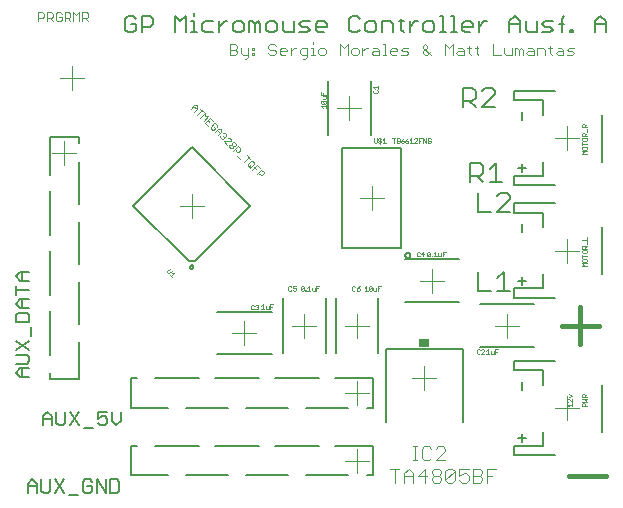
<source format=gto>
G75*
%MOIN*%
%OFA0B0*%
%FSLAX25Y25*%
%IPPOS*%
%LPD*%
%AMOC8*
5,1,8,0,0,1.08239X$1,22.5*
%
%ADD10C,0.00600*%
%ADD11C,0.00500*%
%ADD12C,0.00300*%
%ADD13C,0.01600*%
%ADD14C,0.00800*%
%ADD15C,0.00100*%
%ADD16C,0.00000*%
%ADD17C,0.00200*%
%ADD18R,0.03400X0.03000*%
%ADD19C,0.00400*%
D10*
X0154600Y0115467D02*
X0154600Y0121872D01*
X0157803Y0121872D01*
X0158870Y0120805D01*
X0158870Y0118669D01*
X0157803Y0117602D01*
X0154600Y0117602D01*
X0156735Y0117602D02*
X0158870Y0115467D01*
X0161045Y0115467D02*
X0165316Y0115467D01*
X0163181Y0115467D02*
X0163181Y0121872D01*
X0161045Y0119737D01*
X0164613Y0111872D02*
X0163545Y0110805D01*
X0164613Y0111872D02*
X0166748Y0111872D01*
X0167816Y0110805D01*
X0167816Y0109737D01*
X0163545Y0105467D01*
X0167816Y0105467D01*
X0161370Y0105467D02*
X0157100Y0105467D01*
X0157100Y0111872D01*
X0157100Y0085622D02*
X0157100Y0079217D01*
X0161370Y0079217D01*
X0163545Y0079217D02*
X0167816Y0079217D01*
X0165681Y0079217D02*
X0165681Y0085622D01*
X0163545Y0083487D01*
X0162816Y0140467D02*
X0158545Y0140467D01*
X0162816Y0144737D01*
X0162816Y0145805D01*
X0161748Y0146872D01*
X0159613Y0146872D01*
X0158545Y0145805D01*
X0156370Y0145805D02*
X0156370Y0143669D01*
X0155303Y0142602D01*
X0152100Y0142602D01*
X0154235Y0142602D02*
X0156370Y0140467D01*
X0152100Y0140467D02*
X0152100Y0146872D01*
X0155303Y0146872D01*
X0156370Y0145805D01*
D11*
X0007050Y0014919D02*
X0007050Y0011917D01*
X0010053Y0011917D02*
X0010053Y0014919D01*
X0008551Y0016420D01*
X0007050Y0014919D01*
X0007050Y0014169D02*
X0010053Y0014169D01*
X0011654Y0012667D02*
X0012405Y0011917D01*
X0013906Y0011917D01*
X0014656Y0012667D01*
X0014656Y0016420D01*
X0016258Y0016420D02*
X0019260Y0011917D01*
X0020862Y0011166D02*
X0023864Y0011166D01*
X0025466Y0012667D02*
X0026216Y0011917D01*
X0027718Y0011917D01*
X0028468Y0012667D01*
X0028468Y0014169D01*
X0026967Y0014169D01*
X0028468Y0015670D02*
X0027718Y0016420D01*
X0026216Y0016420D01*
X0025466Y0015670D01*
X0025466Y0012667D01*
X0030070Y0011917D02*
X0030070Y0016420D01*
X0033072Y0011917D01*
X0033072Y0016420D01*
X0034674Y0016420D02*
X0036925Y0016420D01*
X0037676Y0015670D01*
X0037676Y0012667D01*
X0036925Y0011917D01*
X0034674Y0011917D01*
X0034674Y0016420D01*
X0041406Y0017745D02*
X0053954Y0017745D01*
X0059906Y0017745D02*
X0073694Y0017745D01*
X0079906Y0017745D02*
X0093694Y0017745D01*
X0099906Y0017745D02*
X0113694Y0017745D01*
X0120146Y0017745D02*
X0122194Y0017745D01*
X0122194Y0027588D01*
X0109646Y0027588D01*
X0104032Y0027588D02*
X0089568Y0027588D01*
X0084032Y0027588D02*
X0069568Y0027588D01*
X0064032Y0027588D02*
X0049568Y0027588D01*
X0043454Y0027588D02*
X0041406Y0027588D01*
X0041406Y0017745D01*
X0036571Y0034417D02*
X0038072Y0035918D01*
X0038072Y0038920D01*
X0041406Y0040245D02*
X0053954Y0040245D01*
X0059906Y0040245D02*
X0073694Y0040245D01*
X0079906Y0040245D02*
X0093694Y0040245D01*
X0099906Y0040245D02*
X0113694Y0040245D01*
X0120146Y0040245D02*
X0122194Y0040245D01*
X0122194Y0050088D01*
X0109646Y0050088D01*
X0104032Y0050088D02*
X0089568Y0050088D01*
X0084032Y0050088D02*
X0069568Y0050088D01*
X0064032Y0050088D02*
X0049568Y0050088D01*
X0043454Y0050088D02*
X0041406Y0050088D01*
X0041406Y0040245D01*
X0035070Y0038920D02*
X0035070Y0035918D01*
X0036571Y0034417D01*
X0033468Y0035167D02*
X0033468Y0036669D01*
X0032718Y0037419D01*
X0031967Y0037419D01*
X0030466Y0036669D01*
X0030466Y0038920D01*
X0033468Y0038920D01*
X0033468Y0035167D02*
X0032718Y0034417D01*
X0031216Y0034417D01*
X0030466Y0035167D01*
X0028864Y0033666D02*
X0025862Y0033666D01*
X0024260Y0034417D02*
X0021258Y0038920D01*
X0019656Y0038920D02*
X0019656Y0035167D01*
X0018906Y0034417D01*
X0017405Y0034417D01*
X0016654Y0035167D01*
X0016654Y0038920D01*
X0015053Y0037419D02*
X0015053Y0034417D01*
X0015053Y0036669D02*
X0012050Y0036669D01*
X0012050Y0037419D02*
X0012050Y0034417D01*
X0012050Y0037419D02*
X0013551Y0038920D01*
X0015053Y0037419D01*
X0021258Y0034417D02*
X0024260Y0038920D01*
X0024221Y0049773D02*
X0014379Y0049773D01*
X0014379Y0051820D01*
X0014379Y0057934D02*
X0014379Y0072399D01*
X0007550Y0073436D02*
X0004547Y0073436D01*
X0003046Y0074938D01*
X0004547Y0076439D01*
X0007550Y0076439D01*
X0005298Y0076439D02*
X0005298Y0073436D01*
X0003797Y0071835D02*
X0003046Y0071084D01*
X0003046Y0068832D01*
X0007550Y0068832D01*
X0007550Y0071084D01*
X0006799Y0071835D01*
X0003797Y0071835D01*
X0008301Y0067231D02*
X0008301Y0064228D01*
X0007550Y0062627D02*
X0003046Y0059625D01*
X0003046Y0058023D02*
X0006799Y0058023D01*
X0007550Y0057273D01*
X0007550Y0055771D01*
X0006799Y0055021D01*
X0003046Y0055021D01*
X0004547Y0053419D02*
X0007550Y0053419D01*
X0005298Y0053419D02*
X0005298Y0050417D01*
X0004547Y0050417D02*
X0003046Y0051918D01*
X0004547Y0053419D01*
X0004547Y0050417D02*
X0007550Y0050417D01*
X0007550Y0059625D02*
X0003046Y0062627D01*
X0003046Y0078040D02*
X0003046Y0081043D01*
X0003046Y0079541D02*
X0007550Y0079541D01*
X0007550Y0082644D02*
X0004547Y0082644D01*
X0003046Y0084145D01*
X0004547Y0085647D01*
X0007550Y0085647D01*
X0005298Y0085647D02*
X0005298Y0082644D01*
X0014379Y0077934D02*
X0014379Y0092399D01*
X0014379Y0097934D02*
X0014379Y0112399D01*
X0014379Y0118013D02*
X0014379Y0130560D01*
X0024221Y0130560D01*
X0024221Y0128513D01*
X0024221Y0122060D02*
X0024221Y0108273D01*
X0024221Y0102060D02*
X0024221Y0088273D01*
X0024221Y0082060D02*
X0024221Y0068273D01*
X0024221Y0062320D02*
X0024221Y0049773D01*
X0019260Y0016420D02*
X0016258Y0011917D01*
X0011654Y0012667D02*
X0011654Y0016420D01*
X0070245Y0058080D02*
X0088355Y0058080D01*
X0092213Y0058612D02*
X0092213Y0076722D01*
X0088355Y0072253D02*
X0070245Y0072253D01*
X0106387Y0076722D02*
X0106387Y0058612D01*
X0109713Y0058612D02*
X0109713Y0076722D01*
X0123887Y0076722D02*
X0123887Y0058612D01*
X0132745Y0075580D02*
X0150855Y0075580D01*
X0157745Y0074753D02*
X0175855Y0074753D01*
X0175855Y0060580D02*
X0157745Y0060580D01*
X0150855Y0089753D02*
X0132745Y0089753D01*
X0121387Y0131112D02*
X0121387Y0149222D01*
X0107213Y0149222D02*
X0107213Y0131112D01*
X0105837Y0165417D02*
X0104002Y0165417D01*
X0103084Y0166334D01*
X0103084Y0168169D01*
X0104002Y0169086D01*
X0105837Y0169086D01*
X0106754Y0168169D01*
X0106754Y0167252D01*
X0103084Y0167252D01*
X0101229Y0166334D02*
X0100312Y0167252D01*
X0098477Y0167252D01*
X0097560Y0168169D01*
X0098477Y0169086D01*
X0101229Y0169086D01*
X0101229Y0166334D02*
X0100312Y0165417D01*
X0097560Y0165417D01*
X0095705Y0165417D02*
X0095705Y0169086D01*
X0092035Y0169086D02*
X0092035Y0166334D01*
X0092952Y0165417D01*
X0095705Y0165417D01*
X0090180Y0166334D02*
X0090180Y0168169D01*
X0089262Y0169086D01*
X0087428Y0169086D01*
X0086510Y0168169D01*
X0086510Y0166334D01*
X0087428Y0165417D01*
X0089262Y0165417D01*
X0090180Y0166334D01*
X0084655Y0165417D02*
X0084655Y0168169D01*
X0083738Y0169086D01*
X0082820Y0168169D01*
X0082820Y0165417D01*
X0080985Y0165417D02*
X0080985Y0169086D01*
X0081903Y0169086D01*
X0082820Y0168169D01*
X0079130Y0168169D02*
X0079130Y0166334D01*
X0078213Y0165417D01*
X0076378Y0165417D01*
X0075461Y0166334D01*
X0075461Y0168169D01*
X0076378Y0169086D01*
X0078213Y0169086D01*
X0079130Y0168169D01*
X0073609Y0169086D02*
X0072692Y0169086D01*
X0070857Y0167252D01*
X0070857Y0169086D02*
X0070857Y0165417D01*
X0069002Y0165417D02*
X0066249Y0165417D01*
X0065332Y0166334D01*
X0065332Y0168169D01*
X0066249Y0169086D01*
X0069002Y0169086D01*
X0063484Y0165417D02*
X0061649Y0165417D01*
X0062566Y0165417D02*
X0062566Y0169086D01*
X0061649Y0169086D01*
X0062566Y0170921D02*
X0062566Y0171839D01*
X0059794Y0170921D02*
X0059794Y0165417D01*
X0056124Y0165417D02*
X0056124Y0170921D01*
X0057959Y0169086D01*
X0059794Y0170921D01*
X0048745Y0170004D02*
X0048745Y0168169D01*
X0047827Y0167252D01*
X0045075Y0167252D01*
X0045075Y0165417D02*
X0045075Y0170921D01*
X0047827Y0170921D01*
X0048745Y0170004D01*
X0043220Y0170004D02*
X0042302Y0170921D01*
X0040467Y0170921D01*
X0039550Y0170004D01*
X0039550Y0166334D01*
X0040467Y0165417D01*
X0042302Y0165417D01*
X0043220Y0166334D01*
X0043220Y0168169D01*
X0041385Y0168169D01*
X0114134Y0166334D02*
X0115051Y0165417D01*
X0116886Y0165417D01*
X0117803Y0166334D01*
X0119658Y0166334D02*
X0120576Y0165417D01*
X0122411Y0165417D01*
X0123328Y0166334D01*
X0123328Y0168169D01*
X0122411Y0169086D01*
X0120576Y0169086D01*
X0119658Y0168169D01*
X0119658Y0166334D01*
X0125183Y0165417D02*
X0125183Y0169086D01*
X0127935Y0169086D01*
X0128853Y0168169D01*
X0128853Y0165417D01*
X0131625Y0166334D02*
X0132543Y0165417D01*
X0131625Y0166334D02*
X0131625Y0170004D01*
X0130708Y0169086D02*
X0132543Y0169086D01*
X0134391Y0169086D02*
X0134391Y0165417D01*
X0134391Y0167252D02*
X0136226Y0169086D01*
X0137143Y0169086D01*
X0138995Y0168169D02*
X0138995Y0166334D01*
X0139912Y0165417D01*
X0141747Y0165417D01*
X0142665Y0166334D01*
X0142665Y0168169D01*
X0141747Y0169086D01*
X0139912Y0169086D01*
X0138995Y0168169D01*
X0144520Y0165417D02*
X0146355Y0165417D01*
X0145437Y0165417D02*
X0145437Y0170921D01*
X0144520Y0170921D01*
X0148203Y0170921D02*
X0149120Y0170921D01*
X0149120Y0165417D01*
X0148203Y0165417D02*
X0150038Y0165417D01*
X0151886Y0166334D02*
X0151886Y0168169D01*
X0152803Y0169086D01*
X0154638Y0169086D01*
X0155556Y0168169D01*
X0155556Y0167252D01*
X0151886Y0167252D01*
X0151886Y0166334D02*
X0152803Y0165417D01*
X0154638Y0165417D01*
X0157411Y0165417D02*
X0157411Y0169086D01*
X0157411Y0167252D02*
X0159246Y0169086D01*
X0160163Y0169086D01*
X0167539Y0169086D02*
X0167539Y0165417D01*
X0167539Y0168169D02*
X0171209Y0168169D01*
X0171209Y0169086D02*
X0171209Y0165417D01*
X0173064Y0166334D02*
X0173981Y0165417D01*
X0176734Y0165417D01*
X0176734Y0169086D01*
X0178589Y0168169D02*
X0179506Y0169086D01*
X0182258Y0169086D01*
X0181341Y0167252D02*
X0179506Y0167252D01*
X0178589Y0168169D01*
X0181341Y0167252D02*
X0182258Y0166334D01*
X0181341Y0165417D01*
X0178589Y0165417D01*
X0173064Y0166334D02*
X0173064Y0169086D01*
X0171209Y0169086D02*
X0169374Y0170921D01*
X0167539Y0169086D01*
X0184113Y0168169D02*
X0185948Y0168169D01*
X0185031Y0170004D02*
X0185948Y0170921D01*
X0185031Y0170004D02*
X0185031Y0165417D01*
X0187797Y0165417D02*
X0188714Y0165417D01*
X0188714Y0166334D01*
X0187797Y0166334D01*
X0187797Y0165417D01*
X0196084Y0165417D02*
X0196084Y0169086D01*
X0197919Y0170921D01*
X0199753Y0169086D01*
X0199753Y0165417D01*
X0199753Y0168169D02*
X0196084Y0168169D01*
X0117803Y0170004D02*
X0116886Y0170921D01*
X0115051Y0170921D01*
X0114134Y0170004D01*
X0114134Y0166334D01*
D12*
X0113750Y0161520D02*
X0113750Y0157817D01*
X0114965Y0158434D02*
X0114965Y0159668D01*
X0115582Y0160285D01*
X0116816Y0160285D01*
X0117433Y0159668D01*
X0117433Y0158434D01*
X0116816Y0157817D01*
X0115582Y0157817D01*
X0114965Y0158434D01*
X0118648Y0159051D02*
X0119882Y0160285D01*
X0120499Y0160285D01*
X0122334Y0160285D02*
X0123569Y0160285D01*
X0124186Y0159668D01*
X0124186Y0157817D01*
X0122334Y0157817D01*
X0121717Y0158434D01*
X0122334Y0159051D01*
X0124186Y0159051D01*
X0125400Y0157817D02*
X0126635Y0157817D01*
X0126017Y0157817D02*
X0126017Y0161520D01*
X0125400Y0161520D01*
X0127856Y0159668D02*
X0128473Y0160285D01*
X0129707Y0160285D01*
X0130324Y0159668D01*
X0130324Y0159051D01*
X0127856Y0159051D01*
X0127856Y0158434D02*
X0127856Y0159668D01*
X0127856Y0158434D02*
X0128473Y0157817D01*
X0129707Y0157817D01*
X0131539Y0157817D02*
X0133390Y0157817D01*
X0134007Y0158434D01*
X0133390Y0159051D01*
X0132156Y0159051D01*
X0131539Y0159668D01*
X0132156Y0160285D01*
X0134007Y0160285D01*
X0138905Y0160285D02*
X0141374Y0157817D01*
X0141374Y0159051D02*
X0140139Y0157817D01*
X0139522Y0157817D01*
X0138905Y0158434D01*
X0138905Y0159051D01*
X0140139Y0160285D01*
X0140139Y0160903D01*
X0139522Y0161520D01*
X0138905Y0160903D01*
X0138905Y0160285D01*
X0146271Y0161520D02*
X0146271Y0157817D01*
X0148740Y0157817D02*
X0148740Y0161520D01*
X0147506Y0160285D01*
X0146271Y0161520D01*
X0150572Y0160285D02*
X0151806Y0160285D01*
X0152423Y0159668D01*
X0152423Y0157817D01*
X0150572Y0157817D01*
X0149954Y0158434D01*
X0150572Y0159051D01*
X0152423Y0159051D01*
X0153638Y0160285D02*
X0154872Y0160285D01*
X0154255Y0160903D02*
X0154255Y0158434D01*
X0154872Y0157817D01*
X0156710Y0158434D02*
X0156710Y0160903D01*
X0156093Y0160285D02*
X0157327Y0160285D01*
X0156710Y0158434D02*
X0157327Y0157817D01*
X0162232Y0157817D02*
X0162232Y0161520D01*
X0162232Y0157817D02*
X0164700Y0157817D01*
X0165915Y0158434D02*
X0165915Y0160285D01*
X0165915Y0158434D02*
X0166532Y0157817D01*
X0168384Y0157817D01*
X0168384Y0160285D01*
X0169598Y0160285D02*
X0169598Y0157817D01*
X0170832Y0157817D02*
X0170832Y0159668D01*
X0171449Y0160285D01*
X0172067Y0159668D01*
X0172067Y0157817D01*
X0173281Y0158434D02*
X0173898Y0159051D01*
X0175750Y0159051D01*
X0175750Y0159668D02*
X0175750Y0157817D01*
X0173898Y0157817D01*
X0173281Y0158434D01*
X0173898Y0160285D02*
X0175133Y0160285D01*
X0175750Y0159668D01*
X0176964Y0160285D02*
X0178816Y0160285D01*
X0179433Y0159668D01*
X0179433Y0157817D01*
X0181264Y0158434D02*
X0181264Y0160903D01*
X0180647Y0160285D02*
X0181882Y0160285D01*
X0183720Y0160285D02*
X0184954Y0160285D01*
X0185572Y0159668D01*
X0185572Y0157817D01*
X0183720Y0157817D01*
X0183103Y0158434D01*
X0183720Y0159051D01*
X0185572Y0159051D01*
X0186786Y0159668D02*
X0187403Y0160285D01*
X0189255Y0160285D01*
X0188637Y0159051D02*
X0187403Y0159051D01*
X0186786Y0159668D01*
X0186786Y0157817D02*
X0188637Y0157817D01*
X0189255Y0158434D01*
X0188637Y0159051D01*
X0181882Y0157817D02*
X0181264Y0158434D01*
X0176964Y0157817D02*
X0176964Y0160285D01*
X0170832Y0159668D02*
X0170215Y0160285D01*
X0169598Y0160285D01*
X0118648Y0160285D02*
X0118648Y0157817D01*
X0113750Y0161520D02*
X0112516Y0160285D01*
X0111281Y0161520D01*
X0111281Y0157817D01*
X0106384Y0158434D02*
X0106384Y0159668D01*
X0105767Y0160285D01*
X0104532Y0160285D01*
X0103915Y0159668D01*
X0103915Y0158434D01*
X0104532Y0157817D01*
X0105767Y0157817D01*
X0106384Y0158434D01*
X0102694Y0157817D02*
X0101460Y0157817D01*
X0102077Y0157817D02*
X0102077Y0160285D01*
X0101460Y0160285D01*
X0100245Y0160285D02*
X0098394Y0160285D01*
X0097777Y0159668D01*
X0097777Y0158434D01*
X0098394Y0157817D01*
X0100245Y0157817D01*
X0100245Y0157199D02*
X0099628Y0156582D01*
X0099011Y0156582D01*
X0100245Y0157199D02*
X0100245Y0160285D01*
X0102077Y0161520D02*
X0102077Y0162137D01*
X0096559Y0160285D02*
X0095942Y0160285D01*
X0094707Y0159051D01*
X0093493Y0159051D02*
X0093493Y0159668D01*
X0092876Y0160285D01*
X0091641Y0160285D01*
X0091024Y0159668D01*
X0091024Y0158434D01*
X0091641Y0157817D01*
X0092876Y0157817D01*
X0093493Y0159051D02*
X0091024Y0159051D01*
X0089810Y0159051D02*
X0089810Y0158434D01*
X0089193Y0157817D01*
X0087958Y0157817D01*
X0087341Y0158434D01*
X0087958Y0159668D02*
X0087341Y0160285D01*
X0087341Y0160903D01*
X0087958Y0161520D01*
X0089193Y0161520D01*
X0089810Y0160903D01*
X0089193Y0159668D02*
X0089810Y0159051D01*
X0089193Y0159668D02*
X0087958Y0159668D01*
X0082433Y0159668D02*
X0081816Y0159668D01*
X0081816Y0160285D01*
X0082433Y0160285D01*
X0082433Y0159668D01*
X0082433Y0158434D02*
X0082433Y0157817D01*
X0081816Y0157817D01*
X0081816Y0158434D01*
X0082433Y0158434D01*
X0080602Y0157817D02*
X0078750Y0157817D01*
X0078133Y0158434D01*
X0078133Y0160285D01*
X0076919Y0160285D02*
X0076302Y0159668D01*
X0074450Y0159668D01*
X0074450Y0157817D02*
X0076302Y0157817D01*
X0076919Y0158434D01*
X0076919Y0159051D01*
X0076302Y0159668D01*
X0076919Y0160285D02*
X0076919Y0160903D01*
X0076302Y0161520D01*
X0074450Y0161520D01*
X0074450Y0157817D01*
X0079368Y0156582D02*
X0079985Y0156582D01*
X0080602Y0157199D01*
X0080602Y0160285D01*
X0094707Y0160285D02*
X0094707Y0157817D01*
X0027226Y0169223D02*
X0026258Y0170190D01*
X0026742Y0170190D02*
X0025291Y0170190D01*
X0025291Y0169223D02*
X0025291Y0172125D01*
X0026742Y0172125D01*
X0027226Y0171642D01*
X0027226Y0170674D01*
X0026742Y0170190D01*
X0024279Y0169223D02*
X0024279Y0172125D01*
X0023312Y0171158D01*
X0022344Y0172125D01*
X0022344Y0169223D01*
X0021333Y0169223D02*
X0020365Y0170190D01*
X0020849Y0170190D02*
X0019398Y0170190D01*
X0019398Y0169223D02*
X0019398Y0172125D01*
X0020849Y0172125D01*
X0021333Y0171642D01*
X0021333Y0170674D01*
X0020849Y0170190D01*
X0018386Y0169707D02*
X0018386Y0170674D01*
X0017419Y0170674D01*
X0018386Y0169707D02*
X0017903Y0169223D01*
X0016935Y0169223D01*
X0016451Y0169707D01*
X0016451Y0171642D01*
X0016935Y0172125D01*
X0017903Y0172125D01*
X0018386Y0171642D01*
X0015440Y0171642D02*
X0014956Y0172125D01*
X0013505Y0172125D01*
X0013505Y0169223D01*
X0013505Y0170190D02*
X0014956Y0170190D01*
X0015440Y0170674D01*
X0015440Y0171642D01*
X0014472Y0170190D02*
X0015440Y0169223D01*
X0012493Y0170674D02*
X0012010Y0170190D01*
X0010558Y0170190D01*
X0010558Y0169223D02*
X0010558Y0172125D01*
X0012010Y0172125D01*
X0012493Y0171642D01*
X0012493Y0170674D01*
D13*
X0185100Y0067675D02*
X0197377Y0067675D01*
X0191239Y0073813D02*
X0191239Y0061536D01*
X0187600Y0017675D02*
X0199877Y0017675D01*
D14*
X0182863Y0024419D02*
X0169083Y0024419D01*
X0169083Y0027568D01*
X0178926Y0027568D01*
X0178926Y0032293D01*
X0173199Y0030114D02*
X0170397Y0030114D01*
X0171798Y0028713D02*
X0171798Y0031515D01*
X0171798Y0046213D02*
X0171798Y0049015D01*
X0169083Y0052765D02*
X0178926Y0052765D01*
X0178926Y0048041D01*
X0182863Y0055915D02*
X0169083Y0055915D01*
X0169083Y0052765D01*
X0152202Y0059848D02*
X0152200Y0035460D01*
X0126400Y0035460D02*
X0126398Y0059848D01*
X0152202Y0059848D01*
X0169083Y0076919D02*
X0182863Y0076919D01*
X0178926Y0080068D02*
X0169083Y0080068D01*
X0169083Y0076919D01*
X0171798Y0081213D02*
X0171798Y0084015D01*
X0170397Y0082614D02*
X0173199Y0082614D01*
X0178926Y0084793D02*
X0178926Y0080068D01*
X0171798Y0098713D02*
X0171798Y0101515D01*
X0169083Y0105265D02*
X0178926Y0105265D01*
X0178926Y0100541D01*
X0169083Y0105265D02*
X0169083Y0108415D01*
X0182863Y0108415D01*
X0182863Y0114419D02*
X0169083Y0114419D01*
X0169083Y0117568D01*
X0178926Y0117568D01*
X0178926Y0122293D01*
X0173199Y0120114D02*
X0170397Y0120114D01*
X0171798Y0118713D02*
X0171798Y0121515D01*
X0171798Y0136213D02*
X0171798Y0139015D01*
X0169083Y0142765D02*
X0178926Y0142765D01*
X0178926Y0138041D01*
X0182863Y0145915D02*
X0169083Y0145915D01*
X0169083Y0142765D01*
X0198611Y0138041D02*
X0198611Y0122293D01*
X0198611Y0100541D02*
X0198611Y0084793D01*
X0198611Y0048041D02*
X0198611Y0032293D01*
X0132922Y0091167D02*
X0132924Y0091226D01*
X0132930Y0091284D01*
X0132940Y0091342D01*
X0132953Y0091399D01*
X0132971Y0091455D01*
X0132992Y0091510D01*
X0133016Y0091563D01*
X0133045Y0091614D01*
X0133076Y0091664D01*
X0133111Y0091711D01*
X0133149Y0091756D01*
X0133190Y0091798D01*
X0133233Y0091837D01*
X0133279Y0091874D01*
X0133328Y0091907D01*
X0133378Y0091937D01*
X0133430Y0091963D01*
X0133484Y0091986D01*
X0133540Y0092006D01*
X0133596Y0092021D01*
X0133654Y0092033D01*
X0133712Y0092041D01*
X0133771Y0092045D01*
X0133829Y0092045D01*
X0133888Y0092041D01*
X0133946Y0092033D01*
X0134004Y0092021D01*
X0134060Y0092006D01*
X0134116Y0091986D01*
X0134170Y0091963D01*
X0134222Y0091937D01*
X0134272Y0091907D01*
X0134321Y0091874D01*
X0134367Y0091837D01*
X0134410Y0091798D01*
X0134451Y0091756D01*
X0134489Y0091711D01*
X0134524Y0091664D01*
X0134555Y0091614D01*
X0134584Y0091563D01*
X0134608Y0091510D01*
X0134629Y0091455D01*
X0134647Y0091399D01*
X0134660Y0091342D01*
X0134670Y0091284D01*
X0134676Y0091226D01*
X0134678Y0091167D01*
X0134676Y0091108D01*
X0134670Y0091050D01*
X0134660Y0090992D01*
X0134647Y0090935D01*
X0134629Y0090879D01*
X0134608Y0090824D01*
X0134584Y0090771D01*
X0134555Y0090720D01*
X0134524Y0090670D01*
X0134489Y0090623D01*
X0134451Y0090578D01*
X0134410Y0090536D01*
X0134367Y0090497D01*
X0134321Y0090460D01*
X0134272Y0090427D01*
X0134222Y0090397D01*
X0134170Y0090371D01*
X0134116Y0090348D01*
X0134060Y0090328D01*
X0134004Y0090313D01*
X0133946Y0090301D01*
X0133888Y0090293D01*
X0133829Y0090289D01*
X0133771Y0090289D01*
X0133712Y0090293D01*
X0133654Y0090301D01*
X0133596Y0090313D01*
X0133540Y0090328D01*
X0133484Y0090348D01*
X0133430Y0090371D01*
X0133378Y0090397D01*
X0133328Y0090427D01*
X0133279Y0090460D01*
X0133233Y0090497D01*
X0133190Y0090536D01*
X0133149Y0090578D01*
X0133111Y0090623D01*
X0133076Y0090670D01*
X0133045Y0090720D01*
X0133016Y0090771D01*
X0132992Y0090824D01*
X0132971Y0090879D01*
X0132953Y0090935D01*
X0132940Y0090992D01*
X0132930Y0091050D01*
X0132924Y0091108D01*
X0132922Y0091167D01*
X0131643Y0093434D02*
X0111957Y0093434D01*
X0111957Y0126899D01*
X0131643Y0126899D01*
X0131643Y0093434D01*
X0081315Y0107667D02*
X0062788Y0089140D01*
X0060812Y0089140D01*
X0042285Y0107667D01*
X0061800Y0127182D01*
X0081315Y0107667D01*
X0061129Y0087231D02*
X0061131Y0087280D01*
X0061137Y0087328D01*
X0061147Y0087376D01*
X0061161Y0087423D01*
X0061178Y0087469D01*
X0061199Y0087513D01*
X0061224Y0087555D01*
X0061252Y0087595D01*
X0061284Y0087633D01*
X0061318Y0087668D01*
X0061355Y0087700D01*
X0061394Y0087729D01*
X0061436Y0087755D01*
X0061480Y0087777D01*
X0061525Y0087795D01*
X0061572Y0087810D01*
X0061619Y0087821D01*
X0061668Y0087828D01*
X0061717Y0087831D01*
X0061766Y0087830D01*
X0061814Y0087825D01*
X0061863Y0087816D01*
X0061910Y0087803D01*
X0061956Y0087786D01*
X0062000Y0087766D01*
X0062043Y0087742D01*
X0062084Y0087715D01*
X0062122Y0087684D01*
X0062158Y0087651D01*
X0062190Y0087615D01*
X0062220Y0087576D01*
X0062247Y0087535D01*
X0062270Y0087491D01*
X0062289Y0087446D01*
X0062305Y0087400D01*
X0062317Y0087353D01*
X0062325Y0087304D01*
X0062329Y0087255D01*
X0062329Y0087207D01*
X0062325Y0087158D01*
X0062317Y0087109D01*
X0062305Y0087062D01*
X0062289Y0087016D01*
X0062270Y0086971D01*
X0062247Y0086927D01*
X0062220Y0086886D01*
X0062190Y0086847D01*
X0062158Y0086811D01*
X0062122Y0086778D01*
X0062084Y0086747D01*
X0062043Y0086720D01*
X0062000Y0086696D01*
X0061956Y0086676D01*
X0061910Y0086659D01*
X0061863Y0086646D01*
X0061814Y0086637D01*
X0061766Y0086632D01*
X0061717Y0086631D01*
X0061668Y0086634D01*
X0061619Y0086641D01*
X0061572Y0086652D01*
X0061525Y0086667D01*
X0061480Y0086685D01*
X0061436Y0086707D01*
X0061394Y0086733D01*
X0061355Y0086762D01*
X0061318Y0086794D01*
X0061284Y0086829D01*
X0061252Y0086867D01*
X0061224Y0086907D01*
X0061199Y0086949D01*
X0061178Y0086993D01*
X0061161Y0087039D01*
X0061147Y0087086D01*
X0061137Y0087134D01*
X0061131Y0087182D01*
X0061129Y0087231D01*
D15*
X0055810Y0085304D02*
X0054748Y0084242D01*
X0054394Y0084596D02*
X0055102Y0083888D01*
X0055102Y0085304D02*
X0055810Y0085304D01*
X0055122Y0085992D02*
X0054237Y0085107D01*
X0053883Y0085107D01*
X0053529Y0085461D01*
X0053529Y0085815D01*
X0054414Y0086699D01*
X0081476Y0074342D02*
X0081476Y0073341D01*
X0081726Y0073091D01*
X0082227Y0073091D01*
X0082477Y0073341D01*
X0082949Y0073341D02*
X0083199Y0073091D01*
X0083700Y0073091D01*
X0083950Y0073341D01*
X0083950Y0073591D01*
X0083700Y0073841D01*
X0083450Y0073841D01*
X0083700Y0073841D02*
X0083950Y0074092D01*
X0083950Y0074342D01*
X0083700Y0074592D01*
X0083199Y0074592D01*
X0082949Y0074342D01*
X0082477Y0074342D02*
X0082227Y0074592D01*
X0081726Y0074592D01*
X0081476Y0074342D01*
X0084930Y0074243D02*
X0085431Y0074744D01*
X0085431Y0073243D01*
X0085931Y0073243D02*
X0084930Y0073243D01*
X0086403Y0073493D02*
X0086654Y0073243D01*
X0087404Y0073243D01*
X0087404Y0074243D01*
X0087877Y0073993D02*
X0088377Y0073993D01*
X0087877Y0073243D02*
X0087877Y0074744D01*
X0088878Y0074744D01*
X0086403Y0074243D02*
X0086403Y0073493D01*
X0093976Y0079591D02*
X0093976Y0080592D01*
X0094226Y0080842D01*
X0094727Y0080842D01*
X0094977Y0080592D01*
X0095449Y0080842D02*
X0095449Y0080091D01*
X0095950Y0080342D01*
X0096200Y0080342D01*
X0096450Y0080091D01*
X0096450Y0079591D01*
X0096200Y0079341D01*
X0095699Y0079341D01*
X0095449Y0079591D01*
X0094977Y0079591D02*
X0094727Y0079341D01*
X0094226Y0079341D01*
X0093976Y0079591D01*
X0095449Y0080842D02*
X0096450Y0080842D01*
X0098100Y0080592D02*
X0098100Y0079591D01*
X0099101Y0080592D01*
X0099101Y0079591D01*
X0098851Y0079341D01*
X0098350Y0079341D01*
X0098100Y0079591D01*
X0098100Y0080592D02*
X0098350Y0080842D01*
X0098851Y0080842D01*
X0099101Y0080592D01*
X0099573Y0079591D02*
X0099823Y0079591D01*
X0099823Y0079341D01*
X0099573Y0079341D01*
X0099573Y0079591D01*
X0100310Y0079341D02*
X0101311Y0079341D01*
X0100810Y0079341D02*
X0100810Y0080842D01*
X0100310Y0080342D01*
X0101783Y0080342D02*
X0101783Y0079591D01*
X0102033Y0079341D01*
X0102784Y0079341D01*
X0102784Y0080342D01*
X0103256Y0080091D02*
X0103757Y0080091D01*
X0103256Y0079341D02*
X0103256Y0080842D01*
X0104257Y0080842D01*
X0115226Y0080592D02*
X0115226Y0079591D01*
X0115476Y0079341D01*
X0115977Y0079341D01*
X0116227Y0079591D01*
X0116699Y0079591D02*
X0116949Y0079341D01*
X0117450Y0079341D01*
X0117700Y0079591D01*
X0117700Y0079841D01*
X0117450Y0080091D01*
X0116699Y0080091D01*
X0116699Y0079591D01*
X0116699Y0080091D02*
X0117200Y0080592D01*
X0117700Y0080842D01*
X0116227Y0080592D02*
X0115977Y0080842D01*
X0115476Y0080842D01*
X0115226Y0080592D01*
X0119350Y0080342D02*
X0119850Y0080842D01*
X0119850Y0079341D01*
X0119350Y0079341D02*
X0120351Y0079341D01*
X0120823Y0079591D02*
X0121824Y0080592D01*
X0121824Y0079591D01*
X0121574Y0079341D01*
X0121073Y0079341D01*
X0120823Y0079591D01*
X0120823Y0080592D01*
X0121073Y0080842D01*
X0121574Y0080842D01*
X0121824Y0080592D01*
X0122297Y0080342D02*
X0122297Y0079591D01*
X0122547Y0079341D01*
X0123297Y0079341D01*
X0123297Y0080342D01*
X0123770Y0080091D02*
X0124270Y0080091D01*
X0123770Y0079341D02*
X0123770Y0080842D01*
X0124771Y0080842D01*
X0136777Y0090993D02*
X0137028Y0090743D01*
X0137528Y0090743D01*
X0137778Y0090993D01*
X0138251Y0091493D02*
X0139252Y0091493D01*
X0139001Y0090743D02*
X0139001Y0092244D01*
X0138251Y0091493D01*
X0137778Y0091994D02*
X0137528Y0092244D01*
X0137028Y0092244D01*
X0136777Y0091994D01*
X0136777Y0090993D01*
X0140220Y0090993D02*
X0141221Y0091994D01*
X0141221Y0090993D01*
X0140971Y0090743D01*
X0140471Y0090743D01*
X0140220Y0090993D01*
X0140220Y0091994D01*
X0140471Y0092244D01*
X0140971Y0092244D01*
X0141221Y0091994D01*
X0141694Y0090993D02*
X0141944Y0090993D01*
X0141944Y0090743D01*
X0141694Y0090743D01*
X0141694Y0090993D01*
X0142430Y0090743D02*
X0143431Y0090743D01*
X0142931Y0090743D02*
X0142931Y0092244D01*
X0142430Y0091743D01*
X0143903Y0091743D02*
X0143903Y0090993D01*
X0144154Y0090743D01*
X0144904Y0090743D01*
X0144904Y0091743D01*
X0145377Y0091493D02*
X0145877Y0091493D01*
X0145377Y0090743D02*
X0145377Y0092244D01*
X0146378Y0092244D01*
X0157028Y0059744D02*
X0156777Y0059494D01*
X0156777Y0058493D01*
X0157028Y0058243D01*
X0157528Y0058243D01*
X0157778Y0058493D01*
X0158251Y0058243D02*
X0159252Y0059243D01*
X0159252Y0059494D01*
X0159001Y0059744D01*
X0158501Y0059744D01*
X0158251Y0059494D01*
X0157778Y0059494D02*
X0157528Y0059744D01*
X0157028Y0059744D01*
X0158251Y0058243D02*
X0159252Y0058243D01*
X0159930Y0058243D02*
X0160931Y0058243D01*
X0160431Y0058243D02*
X0160431Y0059744D01*
X0159930Y0059243D01*
X0161403Y0059243D02*
X0161403Y0058493D01*
X0161654Y0058243D01*
X0162404Y0058243D01*
X0162404Y0059243D01*
X0162877Y0058993D02*
X0163377Y0058993D01*
X0162877Y0058243D02*
X0162877Y0059744D01*
X0163878Y0059744D01*
X0187349Y0044744D02*
X0188350Y0044244D01*
X0187349Y0043743D01*
X0187349Y0043271D02*
X0187099Y0043271D01*
X0186849Y0043021D01*
X0186849Y0042520D01*
X0187099Y0042270D01*
X0186849Y0041297D02*
X0188350Y0041297D01*
X0188350Y0040797D02*
X0188350Y0041798D01*
X0188350Y0042270D02*
X0187349Y0043271D01*
X0188350Y0043271D02*
X0188350Y0042270D01*
X0187349Y0040797D02*
X0186849Y0041297D01*
X0191849Y0041548D02*
X0192099Y0041798D01*
X0192599Y0041798D01*
X0192850Y0041548D01*
X0192850Y0040797D01*
X0193350Y0040797D02*
X0191849Y0040797D01*
X0191849Y0041548D01*
X0191849Y0042270D02*
X0193350Y0042270D01*
X0192850Y0042771D01*
X0193350Y0043271D01*
X0191849Y0043271D01*
X0191849Y0043743D02*
X0191849Y0044494D01*
X0192099Y0044744D01*
X0192599Y0044744D01*
X0192850Y0044494D01*
X0192850Y0043743D01*
X0193350Y0043743D02*
X0191849Y0043743D01*
X0192850Y0044244D02*
X0193350Y0044744D01*
X0193350Y0087404D02*
X0191849Y0087404D01*
X0192349Y0087904D01*
X0191849Y0088405D01*
X0193350Y0088405D01*
X0193100Y0088877D02*
X0193350Y0089127D01*
X0193350Y0089628D01*
X0193100Y0089878D01*
X0192099Y0089878D01*
X0191849Y0089628D01*
X0191849Y0089127D01*
X0192099Y0088877D01*
X0193100Y0088877D01*
X0191849Y0090350D02*
X0191849Y0091351D01*
X0191849Y0090851D02*
X0193350Y0090851D01*
X0193100Y0091824D02*
X0193350Y0092074D01*
X0193350Y0092574D01*
X0193100Y0092824D01*
X0192099Y0092824D01*
X0191849Y0092574D01*
X0191849Y0092074D01*
X0192099Y0091824D01*
X0193100Y0091824D01*
X0193350Y0093297D02*
X0191849Y0093297D01*
X0191849Y0094048D01*
X0192099Y0094298D01*
X0192599Y0094298D01*
X0192850Y0094048D01*
X0192850Y0093297D01*
X0192850Y0093797D02*
X0193350Y0094298D01*
X0193600Y0094770D02*
X0193600Y0095771D01*
X0193350Y0096243D02*
X0193350Y0097244D01*
X0193350Y0096243D02*
X0191849Y0096243D01*
X0191849Y0124904D02*
X0192349Y0125404D01*
X0191849Y0125905D01*
X0193350Y0125905D01*
X0193100Y0126377D02*
X0193350Y0126627D01*
X0193350Y0127128D01*
X0193100Y0127378D01*
X0192099Y0127378D01*
X0191849Y0127128D01*
X0191849Y0126627D01*
X0192099Y0126377D01*
X0193100Y0126377D01*
X0193350Y0124904D02*
X0191849Y0124904D01*
X0191849Y0127850D02*
X0191849Y0128851D01*
X0191849Y0128351D02*
X0193350Y0128351D01*
X0193100Y0129324D02*
X0193350Y0129574D01*
X0193350Y0130074D01*
X0193100Y0130324D01*
X0192099Y0130324D01*
X0191849Y0130074D01*
X0191849Y0129574D01*
X0192099Y0129324D01*
X0193100Y0129324D01*
X0193350Y0130797D02*
X0191849Y0130797D01*
X0191849Y0131548D01*
X0192099Y0131798D01*
X0192599Y0131798D01*
X0192850Y0131548D01*
X0192850Y0130797D01*
X0192850Y0131297D02*
X0193350Y0131798D01*
X0193600Y0132270D02*
X0193600Y0133271D01*
X0193350Y0133743D02*
X0191849Y0133743D01*
X0191849Y0134494D01*
X0192099Y0134744D01*
X0192599Y0134744D01*
X0192850Y0134494D01*
X0192850Y0133743D01*
X0192850Y0134244D02*
X0193350Y0134744D01*
X0141378Y0129868D02*
X0141127Y0130118D01*
X0140627Y0130118D01*
X0140377Y0129868D01*
X0140377Y0128867D01*
X0140627Y0128617D01*
X0141127Y0128617D01*
X0141378Y0128867D01*
X0141378Y0129367D01*
X0140877Y0129367D01*
X0139904Y0128617D02*
X0139904Y0130118D01*
X0138903Y0130118D02*
X0138903Y0128617D01*
X0139904Y0128617D02*
X0138903Y0130118D01*
X0138431Y0130118D02*
X0137430Y0130118D01*
X0137430Y0128617D01*
X0136958Y0128617D02*
X0135957Y0128617D01*
X0136958Y0129618D01*
X0136958Y0129868D01*
X0136708Y0130118D01*
X0136207Y0130118D01*
X0135957Y0129868D01*
X0134984Y0130118D02*
X0134984Y0128617D01*
X0134484Y0128617D02*
X0135485Y0128617D01*
X0134484Y0129618D02*
X0134984Y0130118D01*
X0134011Y0130118D02*
X0133511Y0129868D01*
X0133010Y0129367D01*
X0133761Y0129367D01*
X0134011Y0129117D01*
X0134011Y0128867D01*
X0133761Y0128617D01*
X0133261Y0128617D01*
X0133010Y0128867D01*
X0133010Y0129367D01*
X0132538Y0129117D02*
X0132288Y0129367D01*
X0131537Y0129367D01*
X0131537Y0128867D01*
X0131787Y0128617D01*
X0132288Y0128617D01*
X0132538Y0128867D01*
X0132538Y0129117D01*
X0132038Y0129868D02*
X0131537Y0129367D01*
X0131065Y0129117D02*
X0131065Y0128867D01*
X0130815Y0128617D01*
X0130064Y0128617D01*
X0130064Y0130118D01*
X0130815Y0130118D01*
X0131065Y0129868D01*
X0131065Y0129618D01*
X0130815Y0129367D01*
X0130064Y0129367D01*
X0130815Y0129367D02*
X0131065Y0129117D01*
X0132038Y0129868D02*
X0132538Y0130118D01*
X0129592Y0130118D02*
X0128591Y0130118D01*
X0129091Y0130118D02*
X0129091Y0128617D01*
X0126378Y0128617D02*
X0125377Y0128617D01*
X0125877Y0128617D02*
X0125877Y0130118D01*
X0125377Y0129618D01*
X0124904Y0129868D02*
X0124654Y0130118D01*
X0124154Y0130118D01*
X0123903Y0129868D01*
X0123903Y0129618D01*
X0124154Y0129367D01*
X0124654Y0129367D01*
X0124904Y0129117D01*
X0124904Y0128867D01*
X0124654Y0128617D01*
X0124154Y0128617D01*
X0123903Y0128867D01*
X0123431Y0128867D02*
X0123431Y0130118D01*
X0122430Y0130118D02*
X0122430Y0128867D01*
X0122680Y0128617D01*
X0123181Y0128617D01*
X0123431Y0128867D01*
X0124404Y0128366D02*
X0124404Y0130368D01*
X0137430Y0129367D02*
X0137931Y0129367D01*
X0123474Y0145144D02*
X0122473Y0145144D01*
X0122223Y0145394D01*
X0122223Y0145895D01*
X0122473Y0146145D01*
X0122723Y0146617D02*
X0122223Y0147118D01*
X0123724Y0147118D01*
X0123724Y0147618D02*
X0123724Y0146617D01*
X0123474Y0146145D02*
X0123724Y0145895D01*
X0123724Y0145394D01*
X0123474Y0145144D01*
X0106376Y0144636D02*
X0104875Y0144636D01*
X0104875Y0145637D01*
X0105625Y0145137D02*
X0105625Y0144636D01*
X0105375Y0144164D02*
X0106376Y0144164D01*
X0106376Y0143413D01*
X0106126Y0143163D01*
X0105375Y0143163D01*
X0105125Y0142691D02*
X0106126Y0141690D01*
X0106376Y0141940D01*
X0106376Y0142441D01*
X0106126Y0142691D01*
X0105125Y0142691D01*
X0104875Y0142441D01*
X0104875Y0141940D01*
X0105125Y0141690D01*
X0106126Y0141690D01*
X0106376Y0141218D02*
X0106376Y0140217D01*
X0106376Y0140717D02*
X0104875Y0140717D01*
X0105375Y0140217D01*
D16*
X0110300Y0140167D02*
X0118300Y0140167D01*
X0114300Y0136167D02*
X0114300Y0144167D01*
X0121800Y0114167D02*
X0121800Y0106167D01*
X0117800Y0110167D02*
X0125800Y0110167D01*
X0141800Y0086667D02*
X0141800Y0078667D01*
X0137800Y0082667D02*
X0145800Y0082667D01*
X0162800Y0067667D02*
X0170800Y0067667D01*
X0166800Y0063667D02*
X0166800Y0071667D01*
X0186800Y0088667D02*
X0186800Y0096667D01*
X0182800Y0092667D02*
X0190800Y0092667D01*
X0186800Y0126167D02*
X0186800Y0134167D01*
X0182800Y0130167D02*
X0190800Y0130167D01*
X0120800Y0067667D02*
X0112800Y0067667D01*
X0116800Y0063667D02*
X0116800Y0071667D01*
X0103300Y0067667D02*
X0095300Y0067667D01*
X0099300Y0063667D02*
X0099300Y0071667D01*
X0083300Y0065167D02*
X0075300Y0065167D01*
X0079300Y0061167D02*
X0079300Y0069167D01*
X0112800Y0045167D02*
X0120800Y0045167D01*
X0116800Y0041167D02*
X0116800Y0049167D01*
X0135300Y0050167D02*
X0143300Y0050167D01*
X0139300Y0046167D02*
X0139300Y0054167D01*
X0116800Y0026667D02*
X0116800Y0018667D01*
X0112800Y0022667D02*
X0120800Y0022667D01*
X0182800Y0040167D02*
X0190800Y0040167D01*
X0186800Y0036167D02*
X0186800Y0044167D01*
X0065800Y0107667D02*
X0057800Y0107667D01*
X0061800Y0103667D02*
X0061800Y0111667D01*
X0023300Y0125167D02*
X0015300Y0125167D01*
X0019300Y0121167D02*
X0019300Y0129167D01*
X0021800Y0146167D02*
X0021800Y0154167D01*
X0017800Y0150167D02*
X0025800Y0150167D01*
D17*
X0061554Y0140016D02*
X0062592Y0141054D01*
X0063630Y0141054D01*
X0063630Y0140016D01*
X0062592Y0138978D01*
X0063370Y0139756D02*
X0062332Y0140794D01*
X0064673Y0140010D02*
X0065711Y0138972D01*
X0065192Y0139491D02*
X0063635Y0137934D01*
X0064679Y0136890D02*
X0066236Y0138447D01*
X0066236Y0137409D01*
X0067274Y0137409D01*
X0065717Y0135852D01*
X0066242Y0135328D02*
X0067279Y0134290D01*
X0068064Y0134025D02*
X0068064Y0133506D01*
X0068583Y0132987D01*
X0069102Y0132987D01*
X0069621Y0133506D01*
X0069102Y0134025D01*
X0070140Y0134025D02*
X0070140Y0134544D01*
X0069621Y0135063D01*
X0069102Y0135063D01*
X0068064Y0134025D01*
X0067539Y0135587D02*
X0067020Y0136106D01*
X0067798Y0136885D02*
X0066242Y0135328D01*
X0067798Y0136885D02*
X0068836Y0135847D01*
X0070405Y0133240D02*
X0071443Y0133240D01*
X0071443Y0132202D01*
X0070405Y0131165D01*
X0071189Y0130899D02*
X0071189Y0130380D01*
X0071708Y0129861D01*
X0072227Y0129861D01*
X0072486Y0130121D01*
X0072486Y0130640D01*
X0072227Y0130899D01*
X0072486Y0130640D02*
X0073005Y0130640D01*
X0073265Y0130899D01*
X0073265Y0131418D01*
X0072746Y0131937D01*
X0072227Y0131937D01*
X0071183Y0131943D02*
X0070145Y0132981D01*
X0070405Y0133240D02*
X0069367Y0132202D01*
X0072492Y0129077D02*
X0074568Y0129077D01*
X0074827Y0129337D01*
X0074827Y0129856D01*
X0074308Y0130375D01*
X0073789Y0130375D01*
X0072492Y0129077D02*
X0073530Y0128039D01*
X0074314Y0127774D02*
X0074574Y0128034D01*
X0075093Y0128034D01*
X0075612Y0127515D01*
X0075612Y0126996D01*
X0075352Y0126736D01*
X0074833Y0126736D01*
X0074314Y0127255D01*
X0074314Y0127774D01*
X0075093Y0128034D02*
X0075093Y0128553D01*
X0075352Y0128812D01*
X0075871Y0128812D01*
X0076390Y0128293D01*
X0076390Y0127774D01*
X0076130Y0127515D01*
X0075612Y0127515D01*
X0076136Y0126471D02*
X0076915Y0125692D01*
X0077434Y0125692D01*
X0077953Y0126211D01*
X0077953Y0126730D01*
X0077174Y0127509D01*
X0075617Y0125952D01*
X0076920Y0124130D02*
X0077958Y0123092D01*
X0079261Y0122308D02*
X0080818Y0123865D01*
X0080299Y0124384D02*
X0081337Y0123346D01*
X0081602Y0122562D02*
X0080564Y0121524D01*
X0080564Y0121005D01*
X0081083Y0120486D01*
X0081602Y0120486D01*
X0082640Y0121524D01*
X0082640Y0122043D01*
X0082121Y0122562D01*
X0081602Y0122562D01*
X0081343Y0121264D02*
X0081343Y0120226D01*
X0081868Y0119702D02*
X0083425Y0121258D01*
X0084463Y0120220D01*
X0084987Y0119696D02*
X0085766Y0118917D01*
X0085766Y0118398D01*
X0085247Y0117879D01*
X0084728Y0117879D01*
X0083949Y0118658D01*
X0083430Y0118139D02*
X0084987Y0119696D01*
X0083165Y0119961D02*
X0082646Y0120480D01*
D18*
X0139300Y0061748D03*
D19*
X0139262Y0027471D02*
X0138494Y0026703D01*
X0138494Y0023634D01*
X0139262Y0022867D01*
X0140796Y0022867D01*
X0141564Y0023634D01*
X0143098Y0022867D02*
X0146168Y0025936D01*
X0146168Y0026703D01*
X0145400Y0027471D01*
X0143866Y0027471D01*
X0143098Y0026703D01*
X0141564Y0026703D02*
X0140796Y0027471D01*
X0139262Y0027471D01*
X0136960Y0027471D02*
X0135425Y0027471D01*
X0136193Y0027471D02*
X0136193Y0022867D01*
X0136960Y0022867D02*
X0135425Y0022867D01*
X0134064Y0019971D02*
X0135598Y0018436D01*
X0135598Y0015367D01*
X0135598Y0017669D02*
X0132529Y0017669D01*
X0132529Y0018436D02*
X0132529Y0015367D01*
X0129460Y0015367D02*
X0129460Y0019971D01*
X0130994Y0019971D02*
X0127925Y0019971D01*
X0132529Y0018436D02*
X0134064Y0019971D01*
X0137133Y0017669D02*
X0140202Y0017669D01*
X0141737Y0018436D02*
X0141737Y0019203D01*
X0142504Y0019971D01*
X0144039Y0019971D01*
X0144806Y0019203D01*
X0144806Y0018436D01*
X0144039Y0017669D01*
X0142504Y0017669D01*
X0141737Y0018436D01*
X0142504Y0017669D02*
X0141737Y0016901D01*
X0141737Y0016134D01*
X0142504Y0015367D01*
X0144039Y0015367D01*
X0144806Y0016134D01*
X0144806Y0016901D01*
X0144039Y0017669D01*
X0146341Y0019203D02*
X0147108Y0019971D01*
X0148643Y0019971D01*
X0149410Y0019203D01*
X0146341Y0016134D01*
X0147108Y0015367D01*
X0148643Y0015367D01*
X0149410Y0016134D01*
X0149410Y0019203D01*
X0150945Y0019971D02*
X0150945Y0017669D01*
X0152479Y0018436D01*
X0153247Y0018436D01*
X0154014Y0017669D01*
X0154014Y0016134D01*
X0153247Y0015367D01*
X0151712Y0015367D01*
X0150945Y0016134D01*
X0150945Y0019971D02*
X0154014Y0019971D01*
X0155549Y0019971D02*
X0157851Y0019971D01*
X0158618Y0019203D01*
X0158618Y0018436D01*
X0157851Y0017669D01*
X0155549Y0017669D01*
X0155549Y0015367D02*
X0155549Y0019971D01*
X0157851Y0017669D02*
X0158618Y0016901D01*
X0158618Y0016134D01*
X0157851Y0015367D01*
X0155549Y0015367D01*
X0160153Y0015367D02*
X0160153Y0019971D01*
X0163222Y0019971D01*
X0161687Y0017669D02*
X0160153Y0017669D01*
X0146341Y0019203D02*
X0146341Y0016134D01*
X0146168Y0022867D02*
X0143098Y0022867D01*
X0139435Y0019971D02*
X0137133Y0017669D01*
X0139435Y0015367D02*
X0139435Y0019971D01*
M02*

</source>
